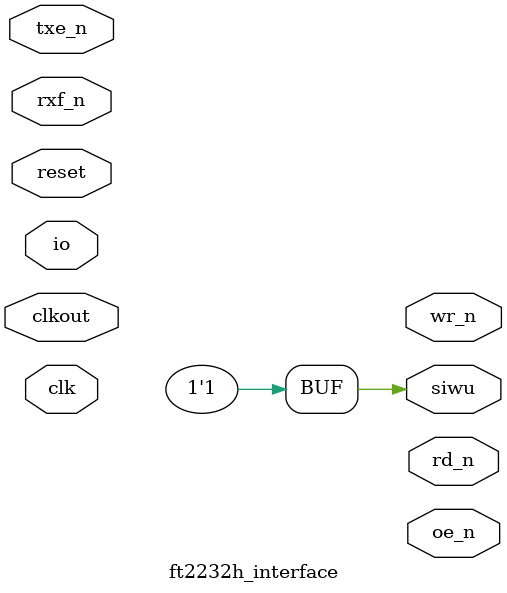
<source format=v>
/*
 * Copyright (c) 2018 Joel Holdsworth <joel@airwebreathe.org.uk>
 * All rights reserved.
 *
 * Redistribution and use in source and binary forms, with or without
 * modification, are permitted provided that the following conditions are met:
 *
 * 1. Redistributions of source code must retain the above copyright notice,
 *    this list of conditions and the following disclaimer.
 * 2. Redistributions in binary form must reproduce the above copyright
 *    notice, this list of conditions and the following disclaimer in the
 *    documentation and/or other materials provided with the distribution.
 * 3. Neither the name of copyright holder nor the names of its
 *    contributors may be used to endorse or promote products derived from
 *    this software without specific prior written permission.
 *
 * THIS SOFTWARE IS PROVIDED BY THE COPYRIGHT HOLDERS AND CONTRIBUTORS "AS IS"
 * AND ANY EXPRESS OR IMPLIED WARRANTIES, INCLUDING, BUT NOT LIMITED TO, THE
 * IMPLIED WARRANTIES OF MERCHANTABILITY AND FITNESS FOR A PARTICULAR PURPOSE
 * ARE DISCLAIMED. IN NO EVENT SHALL THE COPYRIGHT OWNER OR CONTRIBUTORS BE
 * LIABLE FOR ANY DIRECT, INDIRECT, INCIDENTAL, SPECIAL, EXEMPLARY, OR
 * CONSEQUENTIAL DAMAGES (INCLUDING, BUT NOT LIMITED TO, PROCUREMENT OF
 * SUBSTITUTE GOODS OR SERVICES; LOSS OF USE, DATA, OR PROFITS; OR BUSINESS
 * INTERRUPTION) HOWEVER CAUSED AND ON ANY THEORY OF LIABILITY, WHETHER IN
 * CONTRACT, STRICT LIABILITY, OR TORT (INCLUDING NEGLIGENCE OR OTHERWISE)
 * ARISING IN ANY WAY OUT OF THE USE OF THIS SOFTWARE, EVEN IF ADVISED OF THE
 * POSSIBILITY OF SUCH DAMAGE.
 */

module ft2232h_interface(
  input clk,
  input reset,
  inout [7:0] io,
  input rxf_n,
  input txe_n,
  output rd_n,
  output wr_n,
  input clkout,
  output oe_n,
  output siwu
);

assign siwu = 1'b1;

endmodule

</source>
